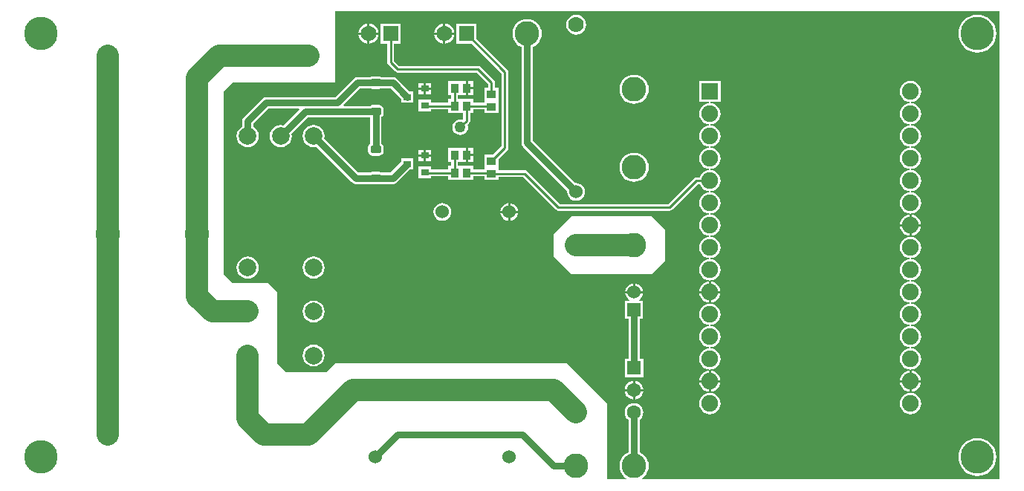
<source format=gtl>
G04 Layer_Physical_Order=1*
G04 Layer_Color=25308*
%FSLAX25Y25*%
%MOIN*%
G70*
G01*
G75*
%ADD10R,0.04134X0.03740*%
%ADD11R,0.03740X0.04134*%
%ADD12R,0.03543X0.03150*%
G04:AMPARAMS|DCode=13|XSize=36mil|YSize=48mil|CornerRadius=9mil|HoleSize=0mil|Usage=FLASHONLY|Rotation=270.000|XOffset=0mil|YOffset=0mil|HoleType=Round|Shape=RoundedRectangle|*
%AMROUNDEDRECTD13*
21,1,0.03600,0.03000,0,0,270.0*
21,1,0.01800,0.04800,0,0,270.0*
1,1,0.01800,-0.01500,-0.00900*
1,1,0.01800,-0.01500,0.00900*
1,1,0.01800,0.01500,0.00900*
1,1,0.01800,0.01500,-0.00900*
%
%ADD13ROUNDEDRECTD13*%
%ADD14C,0.10000*%
%ADD15C,0.01000*%
%ADD16C,0.03000*%
%ADD17C,0.09000*%
%ADD18R,0.06000X0.06000*%
%ADD19C,0.06000*%
%ADD20C,0.06299*%
%ADD21R,0.06299X0.06299*%
%ADD22C,0.11000*%
%ADD23C,0.07000*%
%ADD24C,0.07874*%
%ADD25C,0.07500*%
%ADD26R,0.07500X0.07500*%
%ADD27C,0.15000*%
%ADD28R,0.07000X0.07000*%
%ADD29C,0.05000*%
G36*
X1250000Y490000D02*
X1089592Y490000D01*
X1089471Y490485D01*
X1089629Y490569D01*
X1090618Y491382D01*
X1091431Y492371D01*
X1092034Y493501D01*
X1092406Y494726D01*
X1092531Y496000D01*
X1092406Y497274D01*
X1092034Y498499D01*
X1091431Y499629D01*
X1090618Y500618D01*
X1089629Y501431D01*
X1088549Y502008D01*
Y516725D01*
X1088960Y517040D01*
X1089625Y517907D01*
X1090043Y518917D01*
X1090185Y520000D01*
X1090043Y521083D01*
X1089625Y522093D01*
X1088960Y522960D01*
X1088093Y523625D01*
X1087083Y524043D01*
X1086000Y524185D01*
X1084917Y524043D01*
X1083907Y523625D01*
X1083041Y522960D01*
X1082375Y522093D01*
X1081957Y521083D01*
X1081815Y520000D01*
X1081957Y518917D01*
X1082375Y517907D01*
X1083041Y517040D01*
X1083451Y516725D01*
Y502008D01*
X1082371Y501431D01*
X1081382Y500618D01*
X1080569Y499629D01*
X1079966Y498499D01*
X1079594Y497274D01*
X1079469Y496000D01*
X1079594Y494726D01*
X1079966Y493501D01*
X1080569Y492371D01*
X1081382Y491382D01*
X1082371Y490569D01*
X1082529Y490485D01*
X1082407Y490000D01*
X1074354D01*
X1074000Y490353D01*
Y524000D01*
X1056000Y542000D01*
X952000D01*
X948000Y538000D01*
X930000D01*
X926000Y542000D01*
Y574000D01*
X922000Y578000D01*
X906000D01*
X902000Y582000D01*
Y664000D01*
X906000Y668000D01*
X952000D01*
Y700000D01*
X1250000D01*
Y490000D01*
D02*
G37*
%LPC*%
G36*
X1085500Y577906D02*
X1084956Y577834D01*
X1083983Y577431D01*
X1083147Y576790D01*
X1082506Y575954D01*
X1082103Y574981D01*
X1082031Y574437D01*
X1085500D01*
Y577906D01*
D02*
G37*
G36*
X1124725Y573500D02*
X1120500D01*
Y569275D01*
X1121240Y569372D01*
X1122396Y569851D01*
X1123388Y570612D01*
X1124149Y571604D01*
X1124628Y572760D01*
X1124725Y573500D01*
D02*
G37*
G36*
X1119500Y578725D02*
X1118760Y578628D01*
X1117605Y578149D01*
X1116612Y577388D01*
X1115851Y576396D01*
X1115372Y575240D01*
X1115275Y574500D01*
X1119500D01*
Y578725D01*
D02*
G37*
G36*
X1086500Y577906D02*
Y574437D01*
X1089969D01*
X1089897Y574981D01*
X1089494Y575954D01*
X1088853Y576790D01*
X1088017Y577431D01*
X1087044Y577834D01*
X1086500Y577906D01*
D02*
G37*
G36*
X942228Y550554D02*
X940939Y550385D01*
X939738Y549887D01*
X938706Y549096D01*
X937915Y548065D01*
X937418Y546864D01*
X937248Y545575D01*
X937418Y544286D01*
X937915Y543085D01*
X938706Y542054D01*
X939738Y541262D01*
X940939Y540765D01*
X942228Y540595D01*
X943516Y540765D01*
X944717Y541262D01*
X945749Y542054D01*
X946540Y543085D01*
X947038Y544286D01*
X947207Y545575D01*
X947038Y546864D01*
X946540Y548065D01*
X945749Y549096D01*
X944717Y549887D01*
X943516Y550385D01*
X942228Y550554D01*
D02*
G37*
G36*
X1210000Y598791D02*
X1209843Y598771D01*
X1209672D01*
Y598748D01*
X1208760Y598628D01*
X1207605Y598149D01*
X1206612Y597388D01*
X1205851Y596395D01*
X1205372Y595240D01*
X1205209Y594000D01*
X1205372Y592760D01*
X1205851Y591605D01*
X1206612Y590612D01*
X1207605Y589851D01*
X1208760Y589372D01*
X1209672Y589252D01*
Y588748D01*
X1208760Y588628D01*
X1207605Y588149D01*
X1206612Y587388D01*
X1205851Y586396D01*
X1205372Y585240D01*
X1205209Y584000D01*
X1205372Y582760D01*
X1205851Y581604D01*
X1206612Y580612D01*
X1207605Y579851D01*
X1208760Y579372D01*
X1209672Y579252D01*
Y578748D01*
X1208760Y578628D01*
X1207605Y578149D01*
X1206612Y577388D01*
X1205851Y576396D01*
X1205372Y575240D01*
X1205209Y574000D01*
X1205372Y572760D01*
X1205851Y571604D01*
X1206612Y570612D01*
X1207605Y569851D01*
X1208760Y569372D01*
X1209672Y569252D01*
Y568748D01*
X1208760Y568628D01*
X1207605Y568149D01*
X1206612Y567388D01*
X1205851Y566396D01*
X1205372Y565240D01*
X1205209Y564000D01*
X1205372Y562760D01*
X1205851Y561604D01*
X1206612Y560612D01*
X1207605Y559851D01*
X1208760Y559372D01*
X1209672Y559252D01*
Y558748D01*
X1208760Y558628D01*
X1207605Y558149D01*
X1206612Y557388D01*
X1205851Y556395D01*
X1205372Y555240D01*
X1205209Y554000D01*
X1205372Y552760D01*
X1205851Y551605D01*
X1206612Y550612D01*
X1207605Y549851D01*
X1208760Y549372D01*
X1209672Y549252D01*
Y548748D01*
X1208760Y548628D01*
X1207605Y548149D01*
X1206612Y547388D01*
X1205851Y546395D01*
X1205372Y545240D01*
X1205209Y544000D01*
X1205372Y542760D01*
X1205851Y541605D01*
X1206612Y540612D01*
X1207605Y539851D01*
X1208760Y539372D01*
X1209672Y539252D01*
Y539229D01*
X1209843D01*
X1210000Y539209D01*
X1210157Y539229D01*
X1210328D01*
Y539252D01*
X1211240Y539372D01*
X1212395Y539851D01*
X1213388Y540612D01*
X1214149Y541605D01*
X1214628Y542760D01*
X1214791Y544000D01*
X1214628Y545240D01*
X1214149Y546395D01*
X1213388Y547388D01*
X1212395Y548149D01*
X1211240Y548628D01*
X1210328Y548748D01*
Y549252D01*
X1211240Y549372D01*
X1212395Y549851D01*
X1213388Y550612D01*
X1214149Y551605D01*
X1214628Y552760D01*
X1214791Y554000D01*
X1214628Y555240D01*
X1214149Y556395D01*
X1213388Y557388D01*
X1212395Y558149D01*
X1211240Y558628D01*
X1210328Y558748D01*
Y559252D01*
X1211240Y559372D01*
X1212395Y559851D01*
X1213388Y560612D01*
X1214149Y561604D01*
X1214628Y562760D01*
X1214791Y564000D01*
X1214628Y565240D01*
X1214149Y566396D01*
X1213388Y567388D01*
X1212395Y568149D01*
X1211240Y568628D01*
X1210328Y568748D01*
Y569252D01*
X1211240Y569372D01*
X1212395Y569851D01*
X1213388Y570612D01*
X1214149Y571604D01*
X1214628Y572760D01*
X1214791Y574000D01*
X1214628Y575240D01*
X1214149Y576396D01*
X1213388Y577388D01*
X1212395Y578149D01*
X1211240Y578628D01*
X1210328Y578748D01*
Y579252D01*
X1211240Y579372D01*
X1212395Y579851D01*
X1213388Y580612D01*
X1214149Y581604D01*
X1214628Y582760D01*
X1214791Y584000D01*
X1214628Y585240D01*
X1214149Y586396D01*
X1213388Y587388D01*
X1212395Y588149D01*
X1211240Y588628D01*
X1210328Y588748D01*
Y589252D01*
X1211240Y589372D01*
X1212395Y589851D01*
X1213388Y590612D01*
X1214149Y591605D01*
X1214628Y592760D01*
X1214791Y594000D01*
X1214628Y595240D01*
X1214149Y596395D01*
X1213388Y597388D01*
X1212395Y598149D01*
X1211240Y598628D01*
X1210328Y598748D01*
Y598771D01*
X1210157D01*
X1210000Y598791D01*
D02*
G37*
G36*
X1119500Y573500D02*
X1115275D01*
X1115372Y572760D01*
X1115851Y571604D01*
X1116612Y570612D01*
X1117605Y569851D01*
X1118760Y569372D01*
X1119500Y569275D01*
Y573500D01*
D02*
G37*
G36*
X942228Y570239D02*
X940939Y570070D01*
X939738Y569572D01*
X938706Y568781D01*
X937915Y567750D01*
X937418Y566549D01*
X937248Y565260D01*
X937418Y563971D01*
X937915Y562770D01*
X938706Y561739D01*
X939738Y560947D01*
X940939Y560450D01*
X942228Y560280D01*
X943516Y560450D01*
X944717Y560947D01*
X945749Y561739D01*
X946540Y562770D01*
X947038Y563971D01*
X947207Y565260D01*
X947038Y566549D01*
X946540Y567750D01*
X945749Y568781D01*
X944717Y569572D01*
X943516Y570070D01*
X942228Y570239D01*
D02*
G37*
G36*
X1214725Y603500D02*
X1210500D01*
Y599275D01*
X1211240Y599372D01*
X1212395Y599851D01*
X1213388Y600612D01*
X1214149Y601605D01*
X1214628Y602760D01*
X1214725Y603500D01*
D02*
G37*
G36*
X1209500D02*
X1205275D01*
X1205372Y602760D01*
X1205851Y601605D01*
X1206612Y600612D01*
X1207605Y599851D01*
X1208760Y599372D01*
X1209500Y599275D01*
Y603500D01*
D02*
G37*
G36*
X1210500Y608725D02*
Y604500D01*
X1214725D01*
X1214628Y605240D01*
X1214149Y606395D01*
X1213388Y607388D01*
X1212395Y608149D01*
X1211240Y608628D01*
X1210500Y608725D01*
D02*
G37*
G36*
X1209500D02*
X1208760Y608628D01*
X1207605Y608149D01*
X1206612Y607388D01*
X1205851Y606395D01*
X1205372Y605240D01*
X1205275Y604500D01*
X1209500D01*
Y608725D01*
D02*
G37*
G36*
X912700Y589924D02*
X911411Y589755D01*
X910210Y589257D01*
X909179Y588466D01*
X908387Y587435D01*
X907890Y586234D01*
X907720Y584945D01*
X907890Y583656D01*
X908387Y582455D01*
X909179Y581424D01*
X910210Y580632D01*
X911411Y580135D01*
X912700Y579965D01*
X913989Y580135D01*
X915190Y580632D01*
X916221Y581424D01*
X917013Y582455D01*
X917510Y583656D01*
X917680Y584945D01*
X917510Y586234D01*
X917013Y587435D01*
X916221Y588466D01*
X915190Y589257D01*
X913989Y589755D01*
X912700Y589924D01*
D02*
G37*
G36*
X1120500Y578725D02*
Y574500D01*
X1124725D01*
X1124628Y575240D01*
X1124149Y576396D01*
X1123388Y577388D01*
X1122396Y578149D01*
X1121240Y578628D01*
X1120500Y578725D01*
D02*
G37*
G36*
X1094000Y608000D02*
X1058000D01*
X1050000Y600000D01*
Y590000D01*
X1058000Y582000D01*
X1094000D01*
X1100000Y588000D01*
Y602000D01*
X1094000Y608000D01*
D02*
G37*
G36*
X942228Y589924D02*
X940939Y589755D01*
X939738Y589257D01*
X938706Y588466D01*
X937915Y587435D01*
X937418Y586234D01*
X937248Y584945D01*
X937418Y583656D01*
X937915Y582455D01*
X938706Y581424D01*
X939738Y580632D01*
X940939Y580135D01*
X942228Y579965D01*
X943516Y580135D01*
X944717Y580632D01*
X945749Y581424D01*
X946540Y582455D01*
X947038Y583656D01*
X947207Y584945D01*
X947038Y586234D01*
X946540Y587435D01*
X945749Y588466D01*
X944717Y589257D01*
X943516Y589755D01*
X942228Y589924D01*
D02*
G37*
G36*
X1120000Y568791D02*
X1119843Y568771D01*
X1119672D01*
Y568748D01*
X1118760Y568628D01*
X1117605Y568149D01*
X1116612Y567388D01*
X1115851Y566396D01*
X1115372Y565240D01*
X1115209Y564000D01*
X1115372Y562760D01*
X1115851Y561604D01*
X1116612Y560612D01*
X1117605Y559851D01*
X1118760Y559372D01*
X1119672Y559252D01*
Y558748D01*
X1118760Y558628D01*
X1117605Y558149D01*
X1116612Y557388D01*
X1115851Y556395D01*
X1115372Y555240D01*
X1115209Y554000D01*
X1115372Y552760D01*
X1115851Y551605D01*
X1116612Y550612D01*
X1117605Y549851D01*
X1118760Y549372D01*
X1119672Y549252D01*
Y548748D01*
X1118760Y548628D01*
X1117605Y548149D01*
X1116612Y547388D01*
X1115851Y546395D01*
X1115372Y545240D01*
X1115209Y544000D01*
X1115372Y542760D01*
X1115851Y541605D01*
X1116612Y540612D01*
X1117605Y539851D01*
X1118760Y539372D01*
X1119672Y539252D01*
Y539229D01*
X1119843D01*
X1120000Y539209D01*
X1120157Y539229D01*
X1120328D01*
Y539252D01*
X1121240Y539372D01*
X1122396Y539851D01*
X1123388Y540612D01*
X1124149Y541605D01*
X1124628Y542760D01*
X1124791Y544000D01*
X1124628Y545240D01*
X1124149Y546395D01*
X1123388Y547388D01*
X1122396Y548149D01*
X1121240Y548628D01*
X1120328Y548748D01*
Y549252D01*
X1121240Y549372D01*
X1122396Y549851D01*
X1123388Y550612D01*
X1124149Y551605D01*
X1124628Y552760D01*
X1124791Y554000D01*
X1124628Y555240D01*
X1124149Y556395D01*
X1123388Y557388D01*
X1122396Y558149D01*
X1121240Y558628D01*
X1120328Y558748D01*
Y559252D01*
X1121240Y559372D01*
X1122396Y559851D01*
X1123388Y560612D01*
X1124149Y561604D01*
X1124628Y562760D01*
X1124791Y564000D01*
X1124628Y565240D01*
X1124149Y566396D01*
X1123388Y567388D01*
X1122396Y568149D01*
X1121240Y568628D01*
X1120328Y568748D01*
Y568771D01*
X1120157D01*
X1120000Y568791D01*
D02*
G37*
G36*
X1119500Y533500D02*
X1115275D01*
X1115372Y532760D01*
X1115851Y531604D01*
X1116612Y530612D01*
X1117605Y529851D01*
X1118760Y529372D01*
X1119500Y529275D01*
Y533500D01*
D02*
G37*
G36*
X1090120Y529500D02*
X1086500D01*
Y525880D01*
X1087083Y525957D01*
X1088093Y526375D01*
X1088960Y527040D01*
X1089625Y527907D01*
X1090043Y528917D01*
X1090120Y529500D01*
D02*
G37*
G36*
X1209500Y533500D02*
X1205275D01*
X1205372Y532760D01*
X1205851Y531604D01*
X1206612Y530612D01*
X1207605Y529851D01*
X1208760Y529372D01*
X1209500Y529275D01*
Y533500D01*
D02*
G37*
G36*
X1124725D02*
X1120500D01*
Y529275D01*
X1121240Y529372D01*
X1122396Y529851D01*
X1123388Y530612D01*
X1124149Y531604D01*
X1124628Y532760D01*
X1124725Y533500D01*
D02*
G37*
G36*
X1120000Y528791D02*
X1119843Y528770D01*
X1119672D01*
Y528748D01*
X1118760Y528628D01*
X1117605Y528149D01*
X1116612Y527388D01*
X1115851Y526396D01*
X1115372Y525240D01*
X1115209Y524000D01*
X1115372Y522760D01*
X1115851Y521604D01*
X1116612Y520612D01*
X1117605Y519851D01*
X1118760Y519372D01*
X1120000Y519209D01*
X1121240Y519372D01*
X1122396Y519851D01*
X1123388Y520612D01*
X1124149Y521604D01*
X1124628Y522760D01*
X1124791Y524000D01*
X1124628Y525240D01*
X1124149Y526396D01*
X1123388Y527388D01*
X1122396Y528149D01*
X1121240Y528628D01*
X1120328Y528748D01*
Y528770D01*
X1120157D01*
X1120000Y528791D01*
D02*
G37*
G36*
X1240000Y508541D02*
X1238334Y508377D01*
X1236732Y507891D01*
X1235255Y507102D01*
X1233961Y506039D01*
X1232898Y504745D01*
X1232109Y503268D01*
X1231623Y501666D01*
X1231459Y500000D01*
X1231623Y498334D01*
X1232109Y496732D01*
X1232898Y495255D01*
X1233961Y493961D01*
X1235255Y492898D01*
X1236732Y492109D01*
X1238334Y491623D01*
X1240000Y491459D01*
X1241666Y491623D01*
X1243268Y492109D01*
X1244745Y492898D01*
X1246039Y493961D01*
X1247102Y495255D01*
X1247891Y496732D01*
X1248377Y498334D01*
X1248541Y500000D01*
X1248377Y501666D01*
X1247891Y503268D01*
X1247102Y504745D01*
X1246039Y506039D01*
X1244745Y507102D01*
X1243268Y507891D01*
X1241666Y508377D01*
X1240000Y508541D01*
D02*
G37*
G36*
X1085500Y529500D02*
X1081880D01*
X1081957Y528917D01*
X1082375Y527907D01*
X1083041Y527040D01*
X1083907Y526375D01*
X1084917Y525957D01*
X1085500Y525880D01*
Y529500D01*
D02*
G37*
G36*
X1210000Y528791D02*
X1209843Y528770D01*
X1209672D01*
Y528748D01*
X1208760Y528628D01*
X1207605Y528149D01*
X1206612Y527388D01*
X1205851Y526396D01*
X1205372Y525240D01*
X1205209Y524000D01*
X1205372Y522760D01*
X1205851Y521604D01*
X1206612Y520612D01*
X1207605Y519851D01*
X1208760Y519372D01*
X1210000Y519209D01*
X1211240Y519372D01*
X1212395Y519851D01*
X1213388Y520612D01*
X1214149Y521604D01*
X1214628Y522760D01*
X1214791Y524000D01*
X1214628Y525240D01*
X1214149Y526396D01*
X1213388Y527388D01*
X1212395Y528149D01*
X1211240Y528628D01*
X1210328Y528748D01*
Y528770D01*
X1210157D01*
X1210000Y528791D01*
D02*
G37*
G36*
X1209500Y538725D02*
X1208760Y538628D01*
X1207605Y538149D01*
X1206612Y537388D01*
X1205851Y536396D01*
X1205372Y535240D01*
X1205275Y534500D01*
X1209500D01*
Y538725D01*
D02*
G37*
G36*
X1120500D02*
Y534500D01*
X1124725D01*
X1124628Y535240D01*
X1124149Y536396D01*
X1123388Y537388D01*
X1122396Y538149D01*
X1121240Y538628D01*
X1120500Y538725D01*
D02*
G37*
G36*
X1089969Y573437D02*
X1082031D01*
X1082103Y572893D01*
X1082506Y571920D01*
X1083147Y571084D01*
X1083826Y570563D01*
X1083657Y570063D01*
X1082000D01*
Y562063D01*
X1083451D01*
Y544150D01*
X1081850D01*
Y535850D01*
X1090150D01*
Y544150D01*
X1088549D01*
Y562063D01*
X1090000D01*
Y570063D01*
X1088343D01*
X1088174Y570563D01*
X1088853Y571084D01*
X1089494Y571920D01*
X1089897Y572893D01*
X1089969Y573437D01*
D02*
G37*
G36*
X1210500Y538725D02*
Y534500D01*
X1214725D01*
X1214628Y535240D01*
X1214149Y536396D01*
X1213388Y537388D01*
X1212395Y538149D01*
X1211240Y538628D01*
X1210500Y538725D01*
D02*
G37*
G36*
X1085500Y534120D02*
X1084917Y534043D01*
X1083907Y533625D01*
X1083041Y532960D01*
X1082375Y532093D01*
X1081957Y531083D01*
X1081880Y530500D01*
X1085500D01*
Y534120D01*
D02*
G37*
G36*
X1214725Y533500D02*
X1210500D01*
Y529275D01*
X1211240Y529372D01*
X1212395Y529851D01*
X1213388Y530612D01*
X1214149Y531604D01*
X1214628Y532760D01*
X1214725Y533500D01*
D02*
G37*
G36*
X1119500Y538725D02*
X1118760Y538628D01*
X1117605Y538149D01*
X1116612Y537388D01*
X1115851Y536396D01*
X1115372Y535240D01*
X1115275Y534500D01*
X1119500D01*
Y538725D01*
D02*
G37*
G36*
X1086500Y534120D02*
Y530500D01*
X1090120D01*
X1090043Y531083D01*
X1089625Y532093D01*
X1088960Y532960D01*
X1088093Y533625D01*
X1087083Y534043D01*
X1086500Y534120D01*
D02*
G37*
G36*
X1000000Y614035D02*
X998956Y613897D01*
X997983Y613494D01*
X997147Y612853D01*
X996506Y612017D01*
X996103Y611044D01*
X995965Y610000D01*
X996103Y608956D01*
X996506Y607983D01*
X997147Y607147D01*
X997983Y606506D01*
X998956Y606103D01*
X1000000Y605966D01*
X1001044Y606103D01*
X1002017Y606506D01*
X1002853Y607147D01*
X1003494Y607983D01*
X1003897Y608956D01*
X1004035Y610000D01*
X1003897Y611044D01*
X1003494Y612017D01*
X1002853Y612853D01*
X1002017Y613494D01*
X1001044Y613897D01*
X1000000Y614035D01*
D02*
G37*
G36*
X994858Y667864D02*
X992587D01*
Y665789D01*
X994858D01*
Y667864D01*
D02*
G37*
G36*
X991587D02*
X989315D01*
Y665789D01*
X991587D01*
Y667864D01*
D02*
G37*
G36*
X1240000Y698541D02*
X1238334Y698377D01*
X1236732Y697891D01*
X1235255Y697102D01*
X1233961Y696039D01*
X1232898Y694745D01*
X1232109Y693268D01*
X1231623Y691666D01*
X1231459Y690000D01*
X1231623Y688334D01*
X1232109Y686731D01*
X1232898Y685255D01*
X1233961Y683960D01*
X1235255Y682898D01*
X1236732Y682109D01*
X1238334Y681623D01*
X1240000Y681459D01*
X1241666Y681623D01*
X1243268Y682109D01*
X1244745Y682898D01*
X1246039Y683960D01*
X1247102Y685255D01*
X1247891Y686731D01*
X1248377Y688334D01*
X1248541Y690000D01*
X1248377Y691666D01*
X1247891Y693268D01*
X1247102Y694745D01*
X1246039Y696039D01*
X1244745Y697102D01*
X1243268Y697891D01*
X1241666Y698377D01*
X1240000Y698541D01*
D02*
G37*
G36*
X1013776Y668616D02*
X1011406D01*
Y666049D01*
X1013776D01*
Y668616D01*
D02*
G37*
G36*
Y665049D02*
X1011406D01*
Y662482D01*
X1013776D01*
Y665049D01*
D02*
G37*
G36*
X981300Y694500D02*
X972300D01*
Y685500D01*
X975271D01*
Y677200D01*
X975387Y676615D01*
X975719Y676119D01*
X978919Y672919D01*
X979415Y672587D01*
X980000Y672471D01*
X1015366D01*
X1020471Y667367D01*
Y665626D01*
X1018933D01*
Y659886D01*
Y659079D01*
X1013776D01*
Y660616D01*
X1006923D01*
Y662482D01*
X1010406D01*
Y665549D01*
Y668616D01*
X1002524D01*
Y662482D01*
X1003865D01*
Y660616D01*
X1002524D01*
Y659079D01*
X994858D01*
Y660384D01*
X989315D01*
Y655234D01*
X994858D01*
Y656020D01*
X1002524D01*
Y654482D01*
X1009376D01*
Y651739D01*
X1008933Y651402D01*
X1008914Y651410D01*
X1008000Y651530D01*
X1007086Y651410D01*
X1006235Y651057D01*
X1005504Y650496D01*
X1004943Y649765D01*
X1004590Y648914D01*
X1004470Y648000D01*
X1004590Y647086D01*
X1004943Y646235D01*
X1005504Y645504D01*
X1006235Y644943D01*
X1007086Y644590D01*
X1008000Y644470D01*
X1008914Y644590D01*
X1009765Y644943D01*
X1010496Y645504D01*
X1011057Y646235D01*
X1011410Y647086D01*
X1011530Y648000D01*
X1011410Y648914D01*
X1011312Y649149D01*
X1011987Y649824D01*
X1012319Y650320D01*
X1012435Y650906D01*
Y654482D01*
X1013776D01*
Y656020D01*
X1018933D01*
Y654374D01*
X1025067D01*
Y659886D01*
Y665626D01*
X1023529D01*
Y668000D01*
X1023413Y668585D01*
X1023081Y669081D01*
X1017081Y675081D01*
X1016585Y675413D01*
X1016000Y675529D01*
X980634D01*
X978329Y677834D01*
Y685500D01*
X981300D01*
Y694500D01*
D02*
G37*
G36*
X994858Y664789D02*
X992587D01*
Y662714D01*
X994858D01*
Y664789D01*
D02*
G37*
G36*
X991587D02*
X989315D01*
Y662714D01*
X991587D01*
Y664789D01*
D02*
G37*
G36*
X966300Y689500D02*
X962327D01*
X962416Y688825D01*
X962869Y687731D01*
X963591Y686791D01*
X964531Y686069D01*
X965625Y685616D01*
X966300Y685527D01*
Y689500D01*
D02*
G37*
G36*
X967300Y694473D02*
Y690500D01*
X971273D01*
X971184Y691175D01*
X970731Y692269D01*
X970009Y693209D01*
X969069Y693931D01*
X967975Y694384D01*
X967300Y694473D01*
D02*
G37*
G36*
X966300D02*
X965625Y694384D01*
X964531Y693931D01*
X963591Y693209D01*
X962869Y692269D01*
X962416Y691175D01*
X962327Y690500D01*
X966300D01*
Y694473D01*
D02*
G37*
G36*
X1001300D02*
Y690500D01*
X1005273D01*
X1005184Y691175D01*
X1004731Y692269D01*
X1004009Y693209D01*
X1003069Y693931D01*
X1001975Y694384D01*
X1001300Y694473D01*
D02*
G37*
G36*
X1000300D02*
X999625Y694384D01*
X998531Y693931D01*
X997591Y693209D01*
X996869Y692269D01*
X996416Y691175D01*
X996327Y690500D01*
X1000300D01*
Y694473D01*
D02*
G37*
G36*
Y689500D02*
X996327D01*
X996416Y688825D01*
X996869Y687731D01*
X997591Y686791D01*
X998531Y686069D01*
X999625Y685616D01*
X1000300Y685527D01*
Y689500D01*
D02*
G37*
G36*
X971273D02*
X967300D01*
Y685527D01*
X967975Y685616D01*
X969069Y686069D01*
X970009Y686791D01*
X970731Y687731D01*
X971184Y688825D01*
X971273Y689500D01*
D02*
G37*
G36*
X1060000Y698539D02*
X1058825Y698384D01*
X1057731Y697931D01*
X1056791Y697209D01*
X1056069Y696269D01*
X1055616Y695175D01*
X1055461Y694000D01*
X1055616Y692825D01*
X1056069Y691731D01*
X1056791Y690791D01*
X1057731Y690069D01*
X1058825Y689616D01*
X1060000Y689461D01*
X1061175Y689616D01*
X1062269Y690069D01*
X1063209Y690791D01*
X1063931Y691731D01*
X1064384Y692825D01*
X1064539Y694000D01*
X1064384Y695175D01*
X1063931Y696269D01*
X1063209Y697209D01*
X1062269Y697931D01*
X1061175Y698384D01*
X1060000Y698539D01*
D02*
G37*
G36*
X1005273Y689500D02*
X1001300D01*
Y685527D01*
X1001975Y685616D01*
X1003069Y686069D01*
X1004009Y686791D01*
X1004731Y687731D01*
X1005184Y688825D01*
X1005273Y689500D01*
D02*
G37*
G36*
X1038000Y696531D02*
X1036726Y696406D01*
X1035501Y696034D01*
X1034371Y695431D01*
X1033382Y694618D01*
X1032569Y693629D01*
X1031966Y692499D01*
X1031594Y691274D01*
X1031468Y690000D01*
X1031594Y688726D01*
X1031966Y687500D01*
X1032569Y686371D01*
X1033382Y685382D01*
X1034371Y684569D01*
X1035451Y683992D01*
Y641000D01*
X1035645Y640025D01*
X1036198Y639198D01*
X1056015Y619380D01*
X1055966Y619000D01*
X1056103Y617956D01*
X1056506Y616983D01*
X1057147Y616147D01*
X1057983Y615506D01*
X1058956Y615103D01*
X1060000Y614965D01*
X1061044Y615103D01*
X1062017Y615506D01*
X1062853Y616147D01*
X1063494Y616983D01*
X1063897Y617956D01*
X1064034Y619000D01*
X1063897Y620044D01*
X1063494Y621017D01*
X1062853Y621853D01*
X1062017Y622494D01*
X1061044Y622897D01*
X1060000Y623034D01*
X1059620Y622985D01*
X1040549Y642056D01*
Y683992D01*
X1041629Y684569D01*
X1042618Y685382D01*
X1043431Y686371D01*
X1044034Y687500D01*
X1044406Y688726D01*
X1044532Y690000D01*
X1044406Y691274D01*
X1044034Y692499D01*
X1043431Y693629D01*
X1042618Y694618D01*
X1041629Y695431D01*
X1040499Y696034D01*
X1039274Y696406D01*
X1038000Y696531D01*
D02*
G37*
G36*
X1030500Y613969D02*
Y610500D01*
X1033969D01*
X1033897Y611044D01*
X1033494Y612017D01*
X1032853Y612853D01*
X1032017Y613494D01*
X1031044Y613897D01*
X1030500Y613969D01*
D02*
G37*
G36*
X1086000Y636531D02*
X1084726Y636406D01*
X1083500Y636034D01*
X1082371Y635431D01*
X1081382Y634618D01*
X1080569Y633629D01*
X1079966Y632500D01*
X1079594Y631274D01*
X1079469Y630000D01*
X1079594Y628726D01*
X1079966Y627500D01*
X1080569Y626371D01*
X1081382Y625382D01*
X1082371Y624569D01*
X1083500Y623966D01*
X1084726Y623594D01*
X1086000Y623468D01*
X1087274Y623594D01*
X1088500Y623966D01*
X1089629Y624569D01*
X1090618Y625382D01*
X1091431Y626371D01*
X1092034Y627500D01*
X1092406Y628726D01*
X1092531Y630000D01*
X1092406Y631274D01*
X1092034Y632500D01*
X1091431Y633629D01*
X1090618Y634618D01*
X1089629Y635431D01*
X1088500Y636034D01*
X1087274Y636406D01*
X1086000Y636531D01*
D02*
G37*
G36*
X942228Y648980D02*
X940939Y648810D01*
X939738Y648313D01*
X938706Y647521D01*
X937915Y646490D01*
X937418Y645289D01*
X937248Y644000D01*
X937418Y642711D01*
X937915Y641510D01*
X938706Y640479D01*
X939738Y639687D01*
X940939Y639190D01*
X942228Y639020D01*
X943442Y639180D01*
X959326Y623297D01*
X960153Y622744D01*
X961129Y622550D01*
X967698D01*
X967908Y622409D01*
X968650Y622262D01*
X971650D01*
X972391Y622409D01*
X972602Y622550D01*
X977763D01*
X978738Y622744D01*
X979565Y623297D01*
X985243Y628974D01*
X986985D01*
Y634124D01*
X981441D01*
Y632382D01*
X976707Y627648D01*
X972602D01*
X972391Y627789D01*
X971650Y627936D01*
X968650D01*
X967908Y627789D01*
X967698Y627648D01*
X962184D01*
X947047Y642785D01*
X947207Y644000D01*
X947038Y645289D01*
X946540Y646490D01*
X945749Y647521D01*
X944717Y648313D01*
X943516Y648810D01*
X942228Y648980D01*
D02*
G37*
G36*
X1033969Y609500D02*
X1030500D01*
Y606031D01*
X1031044Y606103D01*
X1032017Y606506D01*
X1032853Y607147D01*
X1033494Y607983D01*
X1033897Y608956D01*
X1033969Y609500D01*
D02*
G37*
G36*
X1029500D02*
X1026031D01*
X1026103Y608956D01*
X1026506Y607983D01*
X1027147Y607147D01*
X1027983Y606506D01*
X1028956Y606103D01*
X1029500Y606031D01*
Y609500D01*
D02*
G37*
G36*
Y613969D02*
X1028956Y613897D01*
X1027983Y613494D01*
X1027147Y612853D01*
X1026506Y612017D01*
X1026103Y611044D01*
X1026031Y610500D01*
X1029500D01*
Y613969D01*
D02*
G37*
G36*
X1210000Y668791D02*
X1208760Y668628D01*
X1207605Y668149D01*
X1206612Y667388D01*
X1205851Y666396D01*
X1205372Y665240D01*
X1205209Y664000D01*
X1205372Y662760D01*
X1205851Y661604D01*
X1206612Y660612D01*
X1207605Y659851D01*
X1208760Y659372D01*
X1209672Y659252D01*
Y658748D01*
X1208760Y658628D01*
X1207605Y658149D01*
X1206612Y657388D01*
X1205851Y656395D01*
X1205372Y655240D01*
X1205209Y654000D01*
X1205372Y652760D01*
X1205851Y651605D01*
X1206612Y650612D01*
X1207605Y649851D01*
X1208760Y649372D01*
X1209672Y649252D01*
Y648748D01*
X1208760Y648628D01*
X1207605Y648149D01*
X1206612Y647388D01*
X1205851Y646395D01*
X1205372Y645240D01*
X1205209Y644000D01*
X1205372Y642760D01*
X1205851Y641605D01*
X1206612Y640612D01*
X1207605Y639851D01*
X1208760Y639372D01*
X1209672Y639252D01*
Y638748D01*
X1208760Y638628D01*
X1207605Y638149D01*
X1206612Y637388D01*
X1205851Y636396D01*
X1205372Y635240D01*
X1205209Y634000D01*
X1205372Y632760D01*
X1205851Y631604D01*
X1206612Y630612D01*
X1207605Y629851D01*
X1208760Y629372D01*
X1209672Y629252D01*
Y628748D01*
X1208760Y628628D01*
X1207605Y628149D01*
X1206612Y627388D01*
X1205851Y626396D01*
X1205372Y625240D01*
X1205209Y624000D01*
X1205372Y622760D01*
X1205851Y621604D01*
X1206612Y620612D01*
X1207605Y619851D01*
X1208760Y619372D01*
X1209672Y619252D01*
Y618748D01*
X1208760Y618628D01*
X1207605Y618149D01*
X1206612Y617388D01*
X1205851Y616396D01*
X1205372Y615240D01*
X1205209Y614000D01*
X1205372Y612760D01*
X1205851Y611604D01*
X1206612Y610612D01*
X1207605Y609851D01*
X1208760Y609372D01*
X1209672Y609252D01*
Y609230D01*
X1209843D01*
X1210000Y609209D01*
X1210157Y609230D01*
X1210328D01*
Y609252D01*
X1211240Y609372D01*
X1212395Y609851D01*
X1213388Y610612D01*
X1214149Y611604D01*
X1214628Y612760D01*
X1214791Y614000D01*
X1214628Y615240D01*
X1214149Y616396D01*
X1213388Y617388D01*
X1212395Y618149D01*
X1211240Y618628D01*
X1210328Y618748D01*
Y619252D01*
X1211240Y619372D01*
X1212395Y619851D01*
X1213388Y620612D01*
X1214149Y621604D01*
X1214628Y622760D01*
X1214791Y624000D01*
X1214628Y625240D01*
X1214149Y626396D01*
X1213388Y627388D01*
X1212395Y628149D01*
X1211240Y628628D01*
X1210328Y628748D01*
Y629252D01*
X1211240Y629372D01*
X1212395Y629851D01*
X1213388Y630612D01*
X1214149Y631604D01*
X1214628Y632760D01*
X1214791Y634000D01*
X1214628Y635240D01*
X1214149Y636396D01*
X1213388Y637388D01*
X1212395Y638149D01*
X1211240Y638628D01*
X1210328Y638748D01*
Y639252D01*
X1211240Y639372D01*
X1212395Y639851D01*
X1213388Y640612D01*
X1214149Y641605D01*
X1214628Y642760D01*
X1214791Y644000D01*
X1214628Y645240D01*
X1214149Y646395D01*
X1213388Y647388D01*
X1212395Y648149D01*
X1211240Y648628D01*
X1210328Y648748D01*
Y649252D01*
X1211240Y649372D01*
X1212395Y649851D01*
X1213388Y650612D01*
X1214149Y651605D01*
X1214628Y652760D01*
X1214791Y654000D01*
X1214628Y655240D01*
X1214149Y656395D01*
X1213388Y657388D01*
X1212395Y658149D01*
X1211240Y658628D01*
X1210328Y658748D01*
Y659252D01*
X1211240Y659372D01*
X1212395Y659851D01*
X1213388Y660612D01*
X1214149Y661604D01*
X1214628Y662760D01*
X1214791Y664000D01*
X1214628Y665240D01*
X1214149Y666396D01*
X1213388Y667388D01*
X1212395Y668149D01*
X1211240Y668628D01*
X1210000Y668791D01*
D02*
G37*
G36*
X1015300Y694500D02*
X1006300D01*
Y685500D01*
X1013137D01*
X1026471Y672166D01*
Y639389D01*
X1022707Y635626D01*
X1018933D01*
Y629886D01*
Y629078D01*
X1013776D01*
Y630616D01*
X1006923D01*
Y632482D01*
X1010406D01*
Y635549D01*
Y638616D01*
X1002524D01*
Y632482D01*
X1003865D01*
Y630616D01*
X1002524D01*
Y629078D01*
X994858D01*
Y630384D01*
X989315D01*
Y625234D01*
X994858D01*
Y626020D01*
X1002524D01*
Y624482D01*
X1013776D01*
Y626020D01*
X1018933D01*
Y624374D01*
X1025067D01*
Y625715D01*
X1036122D01*
X1050919Y610919D01*
X1051415Y610587D01*
X1052000Y610471D01*
X1102000D01*
X1102585Y610587D01*
X1103081Y610919D01*
X1114633Y622471D01*
X1115492D01*
X1115851Y621604D01*
X1116612Y620612D01*
X1117605Y619851D01*
X1118760Y619372D01*
X1119672Y619252D01*
Y618748D01*
X1118760Y618628D01*
X1117605Y618149D01*
X1116612Y617388D01*
X1115851Y616396D01*
X1115372Y615240D01*
X1115209Y614000D01*
X1115372Y612760D01*
X1115851Y611604D01*
X1116612Y610612D01*
X1117605Y609851D01*
X1118760Y609372D01*
X1119672Y609252D01*
Y608748D01*
X1118760Y608628D01*
X1117605Y608149D01*
X1116612Y607388D01*
X1115851Y606395D01*
X1115372Y605240D01*
X1115209Y604000D01*
X1115372Y602760D01*
X1115851Y601605D01*
X1116612Y600612D01*
X1117605Y599851D01*
X1118760Y599372D01*
X1119672Y599252D01*
Y598748D01*
X1118760Y598628D01*
X1117605Y598149D01*
X1116612Y597388D01*
X1115851Y596395D01*
X1115372Y595240D01*
X1115209Y594000D01*
X1115372Y592760D01*
X1115851Y591605D01*
X1116612Y590612D01*
X1117605Y589851D01*
X1118760Y589372D01*
X1119672Y589252D01*
Y588748D01*
X1118760Y588628D01*
X1117605Y588149D01*
X1116612Y587388D01*
X1115851Y586396D01*
X1115372Y585240D01*
X1115209Y584000D01*
X1115372Y582760D01*
X1115851Y581604D01*
X1116612Y580612D01*
X1117605Y579851D01*
X1118760Y579372D01*
X1119672Y579252D01*
Y579229D01*
X1119843D01*
X1120000Y579209D01*
X1120157Y579229D01*
X1120328D01*
Y579252D01*
X1121240Y579372D01*
X1122396Y579851D01*
X1123388Y580612D01*
X1124149Y581604D01*
X1124628Y582760D01*
X1124791Y584000D01*
X1124628Y585240D01*
X1124149Y586396D01*
X1123388Y587388D01*
X1122396Y588149D01*
X1121240Y588628D01*
X1120328Y588748D01*
Y589252D01*
X1121240Y589372D01*
X1122396Y589851D01*
X1123388Y590612D01*
X1124149Y591605D01*
X1124628Y592760D01*
X1124791Y594000D01*
X1124628Y595240D01*
X1124149Y596395D01*
X1123388Y597388D01*
X1122396Y598149D01*
X1121240Y598628D01*
X1120328Y598748D01*
Y599252D01*
X1121240Y599372D01*
X1122396Y599851D01*
X1123388Y600612D01*
X1124149Y601605D01*
X1124628Y602760D01*
X1124791Y604000D01*
X1124628Y605240D01*
X1124149Y606395D01*
X1123388Y607388D01*
X1122396Y608149D01*
X1121240Y608628D01*
X1120328Y608748D01*
Y609252D01*
X1121240Y609372D01*
X1122396Y609851D01*
X1123388Y610612D01*
X1124149Y611604D01*
X1124628Y612760D01*
X1124791Y614000D01*
X1124628Y615240D01*
X1124149Y616396D01*
X1123388Y617388D01*
X1122396Y618149D01*
X1121240Y618628D01*
X1120328Y618748D01*
Y619252D01*
X1121240Y619372D01*
X1122396Y619851D01*
X1123388Y620612D01*
X1124149Y621604D01*
X1124628Y622760D01*
X1124791Y624000D01*
X1124628Y625240D01*
X1124149Y626396D01*
X1123388Y627388D01*
X1122396Y628149D01*
X1121240Y628628D01*
X1120328Y628748D01*
Y629252D01*
X1121240Y629372D01*
X1122396Y629851D01*
X1123388Y630612D01*
X1124149Y631604D01*
X1124628Y632760D01*
X1124791Y634000D01*
X1124628Y635240D01*
X1124149Y636396D01*
X1123388Y637388D01*
X1122396Y638149D01*
X1121240Y638628D01*
X1120328Y638748D01*
Y639252D01*
X1121240Y639372D01*
X1122396Y639851D01*
X1123388Y640612D01*
X1124149Y641605D01*
X1124628Y642760D01*
X1124791Y644000D01*
X1124628Y645240D01*
X1124149Y646395D01*
X1123388Y647388D01*
X1122396Y648149D01*
X1121240Y648628D01*
X1120328Y648748D01*
Y649252D01*
X1121240Y649372D01*
X1122396Y649851D01*
X1123388Y650612D01*
X1124149Y651605D01*
X1124628Y652760D01*
X1124791Y654000D01*
X1124628Y655240D01*
X1124149Y656395D01*
X1123388Y657388D01*
X1122396Y658149D01*
X1121240Y658628D01*
X1120311Y658750D01*
X1120344Y659250D01*
X1124750D01*
Y668750D01*
X1115250D01*
Y659250D01*
X1119656D01*
X1119689Y658750D01*
X1118760Y658628D01*
X1117605Y658149D01*
X1116612Y657388D01*
X1115851Y656395D01*
X1115372Y655240D01*
X1115209Y654000D01*
X1115372Y652760D01*
X1115851Y651605D01*
X1116612Y650612D01*
X1117605Y649851D01*
X1118760Y649372D01*
X1119672Y649252D01*
Y648748D01*
X1118760Y648628D01*
X1117605Y648149D01*
X1116612Y647388D01*
X1115851Y646395D01*
X1115372Y645240D01*
X1115209Y644000D01*
X1115372Y642760D01*
X1115851Y641605D01*
X1116612Y640612D01*
X1117605Y639851D01*
X1118760Y639372D01*
X1119672Y639252D01*
Y638748D01*
X1118760Y638628D01*
X1117605Y638149D01*
X1116612Y637388D01*
X1115851Y636396D01*
X1115372Y635240D01*
X1115209Y634000D01*
X1115372Y632760D01*
X1115851Y631604D01*
X1116612Y630612D01*
X1117605Y629851D01*
X1118760Y629372D01*
X1119672Y629252D01*
Y628748D01*
X1118760Y628628D01*
X1117605Y628149D01*
X1116612Y627388D01*
X1115851Y626396D01*
X1115492Y625529D01*
X1114000D01*
X1113415Y625413D01*
X1112919Y625081D01*
X1101367Y613529D01*
X1052633D01*
X1037837Y628326D01*
X1037341Y628657D01*
X1036756Y628773D01*
X1025067D01*
Y629886D01*
Y633660D01*
X1029081Y637675D01*
X1029413Y638171D01*
X1029529Y638756D01*
Y672800D01*
X1029413Y673385D01*
X1029081Y673881D01*
X1015300Y687663D01*
Y694500D01*
D02*
G37*
G36*
X1013776Y638616D02*
X1011406D01*
Y636049D01*
X1013776D01*
Y638616D01*
D02*
G37*
G36*
X994858Y637864D02*
X992587D01*
Y635789D01*
X994858D01*
Y637864D01*
D02*
G37*
G36*
X971650Y670836D02*
X968650D01*
X967908Y670689D01*
X967698Y670548D01*
X962001D01*
X961025Y670354D01*
X960198Y669802D01*
X951946Y661549D01*
X921000D01*
X920024Y661355D01*
X919198Y660802D01*
X910898Y652502D01*
X910345Y651676D01*
X910151Y650700D01*
Y648267D01*
X909179Y647521D01*
X908387Y646490D01*
X907890Y645289D01*
X907720Y644000D01*
X907890Y642711D01*
X908387Y641510D01*
X909179Y640479D01*
X910210Y639687D01*
X911411Y639190D01*
X912700Y639020D01*
X913989Y639190D01*
X915190Y639687D01*
X916221Y640479D01*
X917013Y641510D01*
X917510Y642711D01*
X917680Y644000D01*
X917510Y645289D01*
X917013Y646490D01*
X916221Y647521D01*
X915249Y648267D01*
Y649644D01*
X922056Y656451D01*
X935657D01*
X935848Y655989D01*
X928679Y648820D01*
X927464Y648980D01*
X926175Y648810D01*
X924974Y648313D01*
X923943Y647521D01*
X923151Y646490D01*
X922654Y645289D01*
X922484Y644000D01*
X922654Y642711D01*
X923151Y641510D01*
X923943Y640479D01*
X924974Y639687D01*
X926175Y639190D01*
X927464Y639020D01*
X928753Y639190D01*
X929954Y639687D01*
X930985Y640479D01*
X931776Y641510D01*
X932274Y642711D01*
X932443Y644000D01*
X932283Y645215D01*
X939520Y652451D01*
X967601D01*
Y640483D01*
X967280Y640269D01*
X966860Y639640D01*
X966713Y638899D01*
Y637099D01*
X966860Y636358D01*
X967280Y635729D01*
X967908Y635309D01*
X968650Y635162D01*
X971650D01*
X972391Y635309D01*
X973020Y635729D01*
X973440Y636358D01*
X973587Y637099D01*
Y638899D01*
X973440Y639640D01*
X973020Y640269D01*
X972699Y640483D01*
Y652615D01*
X973020Y652829D01*
X973440Y653458D01*
X973587Y654199D01*
Y655999D01*
X973440Y656740D01*
X973020Y657369D01*
X972391Y657789D01*
X971650Y657936D01*
X968650D01*
X967908Y657789D01*
X967550Y657549D01*
X955809D01*
X955618Y658011D01*
X963057Y665450D01*
X967698D01*
X967908Y665309D01*
X968650Y665162D01*
X971650D01*
X972391Y665309D01*
X972602Y665450D01*
X976707D01*
X981441Y660716D01*
Y658974D01*
X986985D01*
Y664124D01*
X985243D01*
X979565Y669802D01*
X978738Y670354D01*
X977763Y670548D01*
X972602D01*
X972391Y670689D01*
X971650Y670836D01*
D02*
G37*
G36*
X1086000Y671531D02*
X1084726Y671406D01*
X1083500Y671034D01*
X1082371Y670431D01*
X1081382Y669618D01*
X1080569Y668629D01*
X1079966Y667499D01*
X1079594Y666274D01*
X1079469Y665000D01*
X1079594Y663726D01*
X1079966Y662500D01*
X1080569Y661371D01*
X1081382Y660382D01*
X1082371Y659569D01*
X1083500Y658966D01*
X1084726Y658594D01*
X1086000Y658468D01*
X1087274Y658594D01*
X1088500Y658966D01*
X1089629Y659569D01*
X1090618Y660382D01*
X1091431Y661371D01*
X1092034Y662500D01*
X1092406Y663726D01*
X1092531Y665000D01*
X1092406Y666274D01*
X1092034Y667499D01*
X1091431Y668629D01*
X1090618Y669618D01*
X1089629Y670431D01*
X1088500Y671034D01*
X1087274Y671406D01*
X1086000Y671531D01*
D02*
G37*
G36*
X991587Y634789D02*
X989315D01*
Y632715D01*
X991587D01*
Y634789D01*
D02*
G37*
G36*
X1013776Y635049D02*
X1011406D01*
Y632482D01*
X1013776D01*
Y635049D01*
D02*
G37*
G36*
X991587Y637864D02*
X989315D01*
Y635789D01*
X991587D01*
Y637864D01*
D02*
G37*
G36*
X994858Y634789D02*
X992587D01*
Y632715D01*
X994858D01*
Y634789D01*
D02*
G37*
%LPD*%
D10*
X1022000Y662756D02*
D03*
Y657244D02*
D03*
Y632756D02*
D03*
Y627244D02*
D03*
D11*
X1005394Y635549D02*
D03*
X1010906D02*
D03*
X1010906Y627549D02*
D03*
X1005394D02*
D03*
X1010906Y657549D02*
D03*
X1005394D02*
D03*
X1005394Y665549D02*
D03*
X1010906D02*
D03*
D12*
X992087Y627809D02*
D03*
Y635289D02*
D03*
X984213Y631549D02*
D03*
X992087Y657809D02*
D03*
Y665289D02*
D03*
X984213Y661549D02*
D03*
D13*
X970150Y637999D02*
D03*
Y625099D02*
D03*
Y655099D02*
D03*
Y667999D02*
D03*
D14*
X850000Y510000D02*
Y680000D01*
X1060000Y595000D02*
X1086000D01*
X1050000Y530000D02*
X1060000Y520000D01*
X960000Y530000D02*
X1050000D01*
X940000Y510000D02*
X960000Y530000D01*
X900000Y680000D02*
X940000D01*
X890000Y670000D02*
X900000Y680000D01*
X890000Y572000D02*
Y670000D01*
Y572000D02*
X896740Y565260D01*
X912700D01*
Y517300D02*
Y545575D01*
Y517300D02*
X920000Y510000D01*
X940000D01*
D15*
X1010906Y627549D02*
X1021695D01*
X1010906Y657549D02*
X1021695D01*
X1008000Y648000D02*
X1010906Y650906D01*
Y657549D01*
X1052000Y612000D02*
X1102000D01*
X1036756Y627244D02*
X1052000Y612000D01*
X1022000Y627244D02*
X1036756D01*
X1102000Y612000D02*
X1114000Y624000D01*
X1120000D01*
X1010800Y690000D02*
X1028000Y672800D01*
Y638756D02*
Y672800D01*
X1022000Y662756D02*
Y668000D01*
X1016000Y674000D02*
X1022000Y668000D01*
X980000Y674000D02*
X1016000D01*
X1022000Y632756D02*
X1028000Y638756D01*
X976800Y677200D02*
Y690000D01*
Y677200D02*
X980000Y674000D01*
X992347Y657549D02*
X1005394D01*
Y665549D01*
Y627549D02*
Y635549D01*
X992347Y627549D02*
X1005394D01*
D16*
X1038000Y641000D02*
X1060000Y619000D01*
X1038000Y641000D02*
Y690000D01*
X1086000Y540000D02*
Y566063D01*
Y496000D02*
Y520000D01*
X1050000Y496000D02*
X1060000D01*
X1036000Y510000D02*
X1050000Y496000D01*
X980000Y510000D02*
X1036000D01*
X970000Y500000D02*
X980000Y510000D01*
X938464Y655000D02*
X970051D01*
X970150Y655099D01*
X927464Y644000D02*
X938464Y655000D01*
X953002Y659000D02*
X962001Y667999D01*
X921000Y659000D02*
X953002D01*
X912700Y650700D02*
X921000Y659000D01*
X942228Y644000D02*
X961129Y625099D01*
X970150D01*
X912700Y644000D02*
Y650700D01*
X962001Y667999D02*
X970150D01*
Y637999D02*
Y655099D01*
Y667999D02*
X977763D01*
X984213Y661549D01*
X970150Y625099D02*
X977763D01*
X984213Y631549D01*
D17*
X850000Y680000D02*
D03*
Y510000D02*
D03*
X940000D02*
D03*
Y680000D02*
D03*
D18*
X1086000Y566063D02*
D03*
D19*
Y573937D02*
D03*
X1060000Y619000D02*
D03*
Y595000D02*
D03*
X970000Y500000D02*
D03*
X1030000D02*
D03*
X1000000Y610000D02*
D03*
X1030000D02*
D03*
D20*
X1086000Y520000D02*
D03*
Y530000D02*
D03*
D21*
Y540000D02*
D03*
D22*
Y595000D02*
D03*
Y665000D02*
D03*
Y496000D02*
D03*
X1060000D02*
D03*
X1086000Y630000D02*
D03*
X890000Y600000D02*
D03*
X850000D02*
D03*
X1038000Y690000D02*
D03*
D23*
X1060000Y694000D02*
D03*
Y520000D02*
D03*
X1000800Y690000D02*
D03*
X966800D02*
D03*
D24*
X942228Y545575D02*
D03*
X912700D02*
D03*
X942228Y565260D02*
D03*
X912700D02*
D03*
X942228Y644000D02*
D03*
X927464D02*
D03*
X912700D02*
D03*
X942228Y584945D02*
D03*
X912700D02*
D03*
D25*
X1120000Y524000D02*
D03*
Y534000D02*
D03*
Y544000D02*
D03*
Y554000D02*
D03*
Y564000D02*
D03*
Y574000D02*
D03*
Y584000D02*
D03*
Y594000D02*
D03*
Y604000D02*
D03*
Y614000D02*
D03*
Y624000D02*
D03*
Y634000D02*
D03*
Y644000D02*
D03*
Y654000D02*
D03*
X1210000Y664000D02*
D03*
Y654000D02*
D03*
Y644000D02*
D03*
Y634000D02*
D03*
Y624000D02*
D03*
Y614000D02*
D03*
Y604000D02*
D03*
Y594000D02*
D03*
Y584000D02*
D03*
Y574000D02*
D03*
Y564000D02*
D03*
Y554000D02*
D03*
Y544000D02*
D03*
Y534000D02*
D03*
Y524000D02*
D03*
D26*
X1120000Y664000D02*
D03*
D27*
X820000Y690000D02*
D03*
Y500000D02*
D03*
X1240000Y690000D02*
D03*
Y500000D02*
D03*
D28*
X1010800Y690000D02*
D03*
X976800D02*
D03*
D29*
X1008000Y648000D02*
D03*
M02*

</source>
